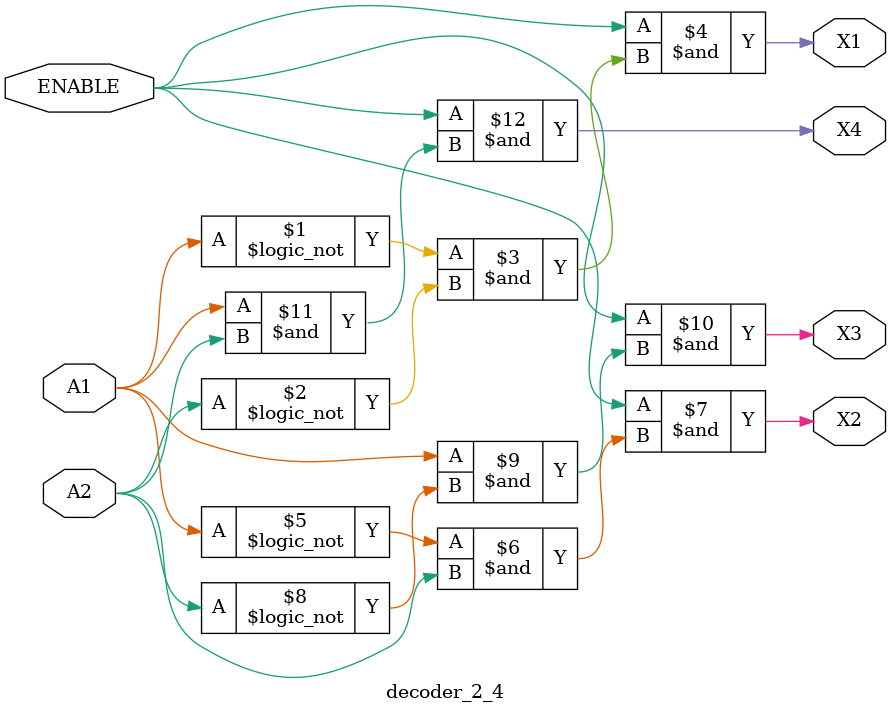
<source format=v>
`timescale 1ns / 1ps

module decoder_2_4(
    input A1,
    input A2,
    input ENABLE,
    output X1,
     X2,
     X3,
     X4
    );
    
    assign X1 = (ENABLE & (!A1 & !A2));
    assign X2 = (ENABLE & (!A1 & A2));
    assign X3 = (ENABLE & (A1 & !A2));
    assign X4 = (ENABLE & (A1 & A2));
    
endmodule

</source>
